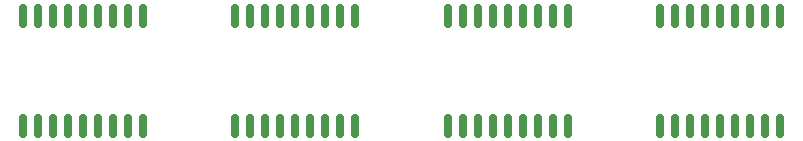
<source format=gbr>
%TF.GenerationSoftware,KiCad,Pcbnew,(6.0.4)*%
%TF.CreationDate,2022-04-25T23:47:20+01:00*%
%TF.ProjectId,pcb,7063622e-6b69-4636-9164-5f7063625858,1*%
%TF.SameCoordinates,Original*%
%TF.FileFunction,Paste,Top*%
%TF.FilePolarity,Positive*%
%FSLAX46Y46*%
G04 Gerber Fmt 4.6, Leading zero omitted, Abs format (unit mm)*
G04 Created by KiCad (PCBNEW (6.0.4)) date 2022-04-25 23:47:20*
%MOMM*%
%LPD*%
G01*
G04 APERTURE LIST*
G04 Aperture macros list*
%AMRoundRect*
0 Rectangle with rounded corners*
0 $1 Rounding radius*
0 $2 $3 $4 $5 $6 $7 $8 $9 X,Y pos of 4 corners*
0 Add a 4 corners polygon primitive as box body*
4,1,4,$2,$3,$4,$5,$6,$7,$8,$9,$2,$3,0*
0 Add four circle primitives for the rounded corners*
1,1,$1+$1,$2,$3*
1,1,$1+$1,$4,$5*
1,1,$1+$1,$6,$7*
1,1,$1+$1,$8,$9*
0 Add four rect primitives between the rounded corners*
20,1,$1+$1,$2,$3,$4,$5,0*
20,1,$1+$1,$4,$5,$6,$7,0*
20,1,$1+$1,$6,$7,$8,$9,0*
20,1,$1+$1,$8,$9,$2,$3,0*%
G04 Aperture macros list end*
%ADD10RoundRect,0.150000X-0.150000X0.875000X-0.150000X-0.875000X0.150000X-0.875000X0.150000X0.875000X0*%
G04 APERTURE END LIST*
D10*
%TO.C,L0*%
X59080000Y-80350000D03*
X57810000Y-80350000D03*
X56540000Y-80350000D03*
X55270000Y-80350000D03*
X54000000Y-80350000D03*
X52730000Y-80350000D03*
X51460000Y-80350000D03*
X50190000Y-80350000D03*
X48920000Y-80350000D03*
X48920000Y-89650000D03*
X50190000Y-89650000D03*
X51460000Y-89650000D03*
X52730000Y-89650000D03*
X54000000Y-89650000D03*
X55270000Y-89650000D03*
X56540000Y-89650000D03*
X57810000Y-89650000D03*
X59080000Y-89650000D03*
%TD*%
%TO.C,L2*%
X95080000Y-80350000D03*
X93810000Y-80350000D03*
X92540000Y-80350000D03*
X91270000Y-80350000D03*
X90000000Y-80350000D03*
X88730000Y-80350000D03*
X87460000Y-80350000D03*
X86190000Y-80350000D03*
X84920000Y-80350000D03*
X84920000Y-89650000D03*
X86190000Y-89650000D03*
X87460000Y-89650000D03*
X88730000Y-89650000D03*
X90000000Y-89650000D03*
X91270000Y-89650000D03*
X92540000Y-89650000D03*
X93810000Y-89650000D03*
X95080000Y-89650000D03*
%TD*%
%TO.C,L1*%
X77080000Y-80350000D03*
X75810000Y-80350000D03*
X74540000Y-80350000D03*
X73270000Y-80350000D03*
X72000000Y-80350000D03*
X70730000Y-80350000D03*
X69460000Y-80350000D03*
X68190000Y-80350000D03*
X66920000Y-80350000D03*
X66920000Y-89650000D03*
X68190000Y-89650000D03*
X69460000Y-89650000D03*
X70730000Y-89650000D03*
X72000000Y-89650000D03*
X73270000Y-89650000D03*
X74540000Y-89650000D03*
X75810000Y-89650000D03*
X77080000Y-89650000D03*
%TD*%
%TO.C,L3*%
X113080000Y-80350000D03*
X111810000Y-80350000D03*
X110540000Y-80350000D03*
X109270000Y-80350000D03*
X108000000Y-80350000D03*
X106730000Y-80350000D03*
X105460000Y-80350000D03*
X104190000Y-80350000D03*
X102920000Y-80350000D03*
X102920000Y-89650000D03*
X104190000Y-89650000D03*
X105460000Y-89650000D03*
X106730000Y-89650000D03*
X108000000Y-89650000D03*
X109270000Y-89650000D03*
X110540000Y-89650000D03*
X111810000Y-89650000D03*
X113080000Y-89650000D03*
%TD*%
M02*

</source>
